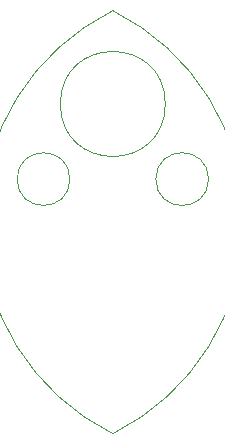
<source format=gbr>
G04 #@! TF.GenerationSoftware,KiCad,Pcbnew,(5.99.0-10027-g0561ce903e)*
G04 #@! TF.CreationDate,2021-08-15T01:29:50-07:00*
G04 #@! TF.ProjectId,scale_cca,7363616c-655f-4636-9361-2e6b69636164,v1r0*
G04 #@! TF.SameCoordinates,Original*
G04 #@! TF.FileFunction,Profile,NP*
%FSLAX46Y46*%
G04 Gerber Fmt 4.6, Leading zero omitted, Abs format (unit mm)*
G04 Created by KiCad (PCBNEW (5.99.0-10027-g0561ce903e)) date 2021-08-15 01:29:50*
%MOMM*%
%LPD*%
G01*
G04 APERTURE LIST*
G04 #@! TA.AperFunction,Profile*
%ADD10C,0.120000*%
G04 #@! TD*
G04 APERTURE END LIST*
D10*
X36512500Y-61214000D02*
G75*
G02*
X36512500Y-25400000I8869643J17907000D01*
G01*
X44617208Y-39659992D02*
G75*
G03*
X44617208Y-39659992I-2235200J0D01*
G01*
X32878192Y-39659992D02*
G75*
G03*
X32878192Y-39659992I-2235200J0D01*
G01*
X40957500Y-33300000D02*
G75*
G03*
X40957500Y-33300000I-4445000J0D01*
G01*
X36512500Y-61214000D02*
G75*
G03*
X36512500Y-25400000I-8869643J17907000D01*
G01*
M02*

</source>
